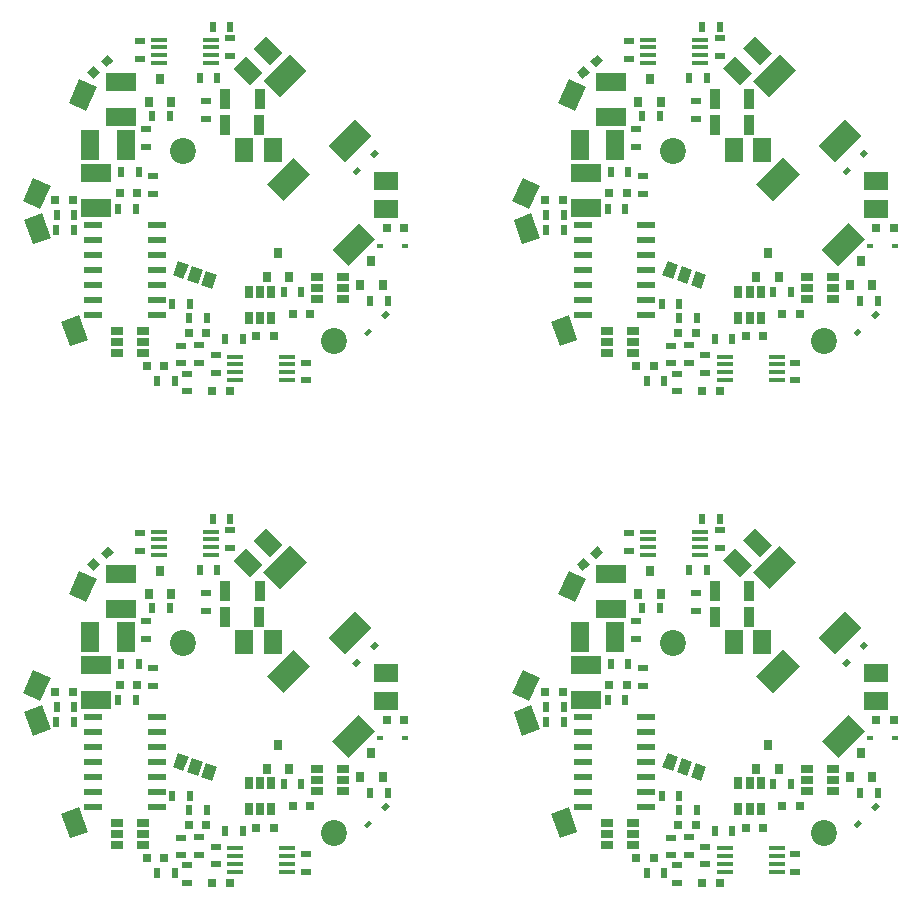
<source format=gts>
G04 #@! TF.FileFunction,Soldermask,Top*
%FSLAX46Y46*%
G04 Gerber Fmt 4.6, Leading zero omitted, Abs format (unit mm)*
G04 Created by KiCad (PCBNEW 4.0.5) date Thu Dec 29 13:42:12 2016*
%MOMM*%
%LPD*%
G01*
G04 APERTURE LIST*
%ADD10C,0.100000*%
%ADD11C,2.200000*%
%ADD12R,0.800000X0.750000*%
%ADD13R,2.000000X1.500000*%
%ADD14R,1.500000X2.000000*%
%ADD15R,0.500000X0.900000*%
%ADD16R,0.900000X0.500000*%
%ADD17R,2.600000X1.500000*%
%ADD18R,1.060000X0.650000*%
%ADD19R,1.500000X2.600000*%
%ADD20R,1.450000X0.450000*%
%ADD21R,0.650000X1.060000*%
%ADD22R,0.900000X1.700000*%
%ADD23R,0.800000X0.900000*%
%ADD24R,1.500000X0.600000*%
%ADD25R,0.590000X0.450000*%
G04 APERTURE END LIST*
D10*
G36*
X181387097Y-114152602D02*
X182294088Y-114482720D01*
X181859723Y-115676130D01*
X180952732Y-115346012D01*
X181387097Y-114152602D01*
X181387097Y-114152602D01*
G37*
G36*
X180193687Y-113718236D02*
X181100678Y-114048354D01*
X180666313Y-115241764D01*
X179759322Y-114911646D01*
X180193687Y-113718236D01*
X180193687Y-113718236D01*
G37*
G36*
X179000277Y-113283870D02*
X179907268Y-113613988D01*
X179472903Y-114807398D01*
X178565912Y-114477280D01*
X179000277Y-113283870D01*
X179000277Y-113283870D01*
G37*
D11*
X179430000Y-103990000D03*
X192260000Y-120030000D03*
D12*
X183420000Y-124280000D03*
X181920000Y-124280000D03*
D13*
X196654000Y-106496000D03*
X196654000Y-108896000D03*
D10*
G36*
X185098249Y-98405965D02*
X183684035Y-96991751D01*
X184744695Y-95931091D01*
X186158909Y-97345305D01*
X185098249Y-98405965D01*
X185098249Y-98405965D01*
G37*
G36*
X186795305Y-96708909D02*
X185381091Y-95294695D01*
X186441751Y-94234035D01*
X187855965Y-95648249D01*
X186795305Y-96708909D01*
X186795305Y-96708909D01*
G37*
D14*
X184630000Y-103910000D03*
X187030000Y-103910000D03*
D15*
X189450000Y-115880000D03*
X187950000Y-115880000D03*
X196800000Y-116690000D03*
X195300000Y-116690000D03*
X184490000Y-119850000D03*
X182990000Y-119850000D03*
D16*
X181400000Y-101250000D03*
X181400000Y-99750000D03*
X182190000Y-122720000D03*
X182190000Y-121220000D03*
D15*
X182350000Y-97780000D03*
X180850000Y-97780000D03*
D16*
X175760000Y-96160000D03*
X175760000Y-94660000D03*
X183450000Y-95920000D03*
X183450000Y-94420000D03*
D15*
X181950000Y-93450000D03*
X183450000Y-93450000D03*
X170230000Y-109400000D03*
X168730000Y-109400000D03*
X170210000Y-110640000D03*
X168710000Y-110640000D03*
X175670000Y-105720000D03*
X174170000Y-105720000D03*
D16*
X176300000Y-103640000D03*
X176300000Y-102140000D03*
X180830000Y-121880000D03*
X180830000Y-120380000D03*
D15*
X179980000Y-118120000D03*
X181480000Y-118120000D03*
X178510000Y-116940000D03*
X180010000Y-116940000D03*
X178320000Y-101010000D03*
X176820000Y-101010000D03*
X173930000Y-108830000D03*
X175430000Y-108830000D03*
D16*
X176930000Y-106080000D03*
X176930000Y-107580000D03*
X179800000Y-124300000D03*
X179800000Y-122800000D03*
D15*
X178720000Y-123400000D03*
X177220000Y-123400000D03*
D16*
X179270000Y-120440000D03*
X179270000Y-121940000D03*
D10*
G36*
X173069905Y-95793527D02*
X173551996Y-96368061D01*
X172939161Y-96882291D01*
X172457070Y-96307757D01*
X173069905Y-95793527D01*
X173069905Y-95793527D01*
G37*
G36*
X171920839Y-96757709D02*
X172402930Y-97332243D01*
X171790095Y-97846473D01*
X171308004Y-97271939D01*
X171920839Y-96757709D01*
X171920839Y-96757709D01*
G37*
D12*
X190220000Y-117800000D03*
X188720000Y-117800000D03*
X179920000Y-119360000D03*
X181420000Y-119360000D03*
X174070000Y-107550000D03*
X175570000Y-107550000D03*
X170120000Y-108110000D03*
X168620000Y-108110000D03*
X177850000Y-122160000D03*
X176350000Y-122160000D03*
X196666000Y-110490000D03*
X198166000Y-110490000D03*
D17*
X172100000Y-108820000D03*
X172100000Y-105820000D03*
D18*
X176060000Y-121090000D03*
X176060000Y-120140000D03*
X176060000Y-119190000D03*
X173860000Y-119190000D03*
X173860000Y-121090000D03*
X173860000Y-120140000D03*
D10*
G36*
X195408194Y-102663452D02*
X193145452Y-104926194D01*
X191731238Y-103511980D01*
X193993980Y-101249238D01*
X195408194Y-102663452D01*
X195408194Y-102663452D01*
G37*
G36*
X189892762Y-97148020D02*
X187630020Y-99410762D01*
X186215806Y-97996548D01*
X188478548Y-95733806D01*
X189892762Y-97148020D01*
X189892762Y-97148020D01*
G37*
G36*
X195716194Y-111453452D02*
X193453452Y-113716194D01*
X192039238Y-112301980D01*
X194301980Y-110039238D01*
X195716194Y-111453452D01*
X195716194Y-111453452D01*
G37*
G36*
X190200762Y-105938020D02*
X187938020Y-108200762D01*
X186523806Y-106786548D01*
X188786548Y-104523806D01*
X190200762Y-105938020D01*
X190200762Y-105938020D01*
G37*
D19*
X171590000Y-103420000D03*
X174590000Y-103420000D03*
D17*
X174220000Y-98110000D03*
X174220000Y-101110000D03*
D20*
X181780000Y-96495000D03*
X181780000Y-95845000D03*
X181780000Y-95195000D03*
X181780000Y-94545000D03*
X177380000Y-94545000D03*
X177380000Y-95195000D03*
X177380000Y-95845000D03*
X177380000Y-96495000D03*
D21*
X184990000Y-118060000D03*
X185940000Y-118060000D03*
X186890000Y-118060000D03*
X186890000Y-115860000D03*
X184990000Y-115860000D03*
X185940000Y-115860000D03*
D18*
X190770000Y-114610000D03*
X190770000Y-115560000D03*
X190770000Y-116510000D03*
X192970000Y-116510000D03*
X192970000Y-114610000D03*
X192970000Y-115560000D03*
D10*
G36*
X167297218Y-108876208D02*
X165847126Y-108200019D01*
X166768434Y-106224268D01*
X168218526Y-106900457D01*
X167297218Y-108876208D01*
X167297218Y-108876208D01*
G37*
G36*
X171191566Y-100535732D02*
X169741474Y-99859543D01*
X170662782Y-97883792D01*
X172112874Y-98559981D01*
X171191566Y-100535732D01*
X171191566Y-100535732D01*
G37*
D22*
X183012000Y-99568000D03*
X185912000Y-99568000D03*
X182990000Y-101770000D03*
X185890000Y-101770000D03*
D23*
X186520000Y-114630000D03*
X188420000Y-114630000D03*
X187470000Y-112630000D03*
X194434000Y-115300000D03*
X196334000Y-115300000D03*
X195384000Y-113300000D03*
D24*
X171800000Y-110230000D03*
X171800000Y-111500000D03*
X171800000Y-112770000D03*
X171800000Y-114040000D03*
X171800000Y-115310000D03*
X171800000Y-116580000D03*
X171800000Y-117850000D03*
X177200000Y-117850000D03*
X177200000Y-116580000D03*
X177200000Y-115310000D03*
X177200000Y-114040000D03*
X177200000Y-112770000D03*
X177200000Y-111500000D03*
X177200000Y-110230000D03*
D10*
G36*
X194080505Y-106015694D02*
X193762306Y-105697495D01*
X194179499Y-105280302D01*
X194497698Y-105598501D01*
X194080505Y-106015694D01*
X194080505Y-106015694D01*
G37*
G36*
X195572501Y-104523698D02*
X195254302Y-104205499D01*
X195671495Y-103788306D01*
X195989694Y-104106505D01*
X195572501Y-104523698D01*
X195572501Y-104523698D01*
G37*
D25*
X196107000Y-112014000D03*
X198217000Y-112014000D03*
D10*
G36*
X195044505Y-119663694D02*
X194726306Y-119345495D01*
X195143499Y-118928302D01*
X195461698Y-119246501D01*
X195044505Y-119663694D01*
X195044505Y-119663694D01*
G37*
G36*
X196536501Y-118171698D02*
X196218302Y-117853499D01*
X196635495Y-117436306D01*
X196953694Y-117754505D01*
X196536501Y-118171698D01*
X196536501Y-118171698D01*
G37*
D16*
X189810000Y-123370000D03*
X189810000Y-121870000D03*
D12*
X187110000Y-119620000D03*
X185610000Y-119620000D03*
D23*
X176540000Y-99850000D03*
X178440000Y-99850000D03*
X177490000Y-97850000D03*
D10*
G36*
X165973500Y-109783688D02*
X167477008Y-109236456D01*
X168222612Y-111284986D01*
X166719104Y-111832218D01*
X165973500Y-109783688D01*
X165973500Y-109783688D01*
G37*
G36*
X169117388Y-118435014D02*
X170620896Y-117887782D01*
X171366500Y-119936312D01*
X169862992Y-120483544D01*
X169117388Y-118435014D01*
X169117388Y-118435014D01*
G37*
D20*
X188250000Y-123315000D03*
X188250000Y-122665000D03*
X188250000Y-122015000D03*
X188250000Y-121365000D03*
X183850000Y-121365000D03*
X183850000Y-122015000D03*
X183850000Y-122665000D03*
X183850000Y-123315000D03*
X188250000Y-81665000D03*
X188250000Y-81015000D03*
X188250000Y-80365000D03*
X188250000Y-79715000D03*
X183850000Y-79715000D03*
X183850000Y-80365000D03*
X183850000Y-81015000D03*
X183850000Y-81665000D03*
D10*
G36*
X165973500Y-68133688D02*
X167477008Y-67586456D01*
X168222612Y-69634986D01*
X166719104Y-70182218D01*
X165973500Y-68133688D01*
X165973500Y-68133688D01*
G37*
G36*
X169117388Y-76785014D02*
X170620896Y-76237782D01*
X171366500Y-78286312D01*
X169862992Y-78833544D01*
X169117388Y-76785014D01*
X169117388Y-76785014D01*
G37*
D23*
X176540000Y-58200000D03*
X178440000Y-58200000D03*
X177490000Y-56200000D03*
D12*
X187110000Y-77970000D03*
X185610000Y-77970000D03*
D16*
X189810000Y-81720000D03*
X189810000Y-80220000D03*
D10*
G36*
X195044505Y-78013694D02*
X194726306Y-77695495D01*
X195143499Y-77278302D01*
X195461698Y-77596501D01*
X195044505Y-78013694D01*
X195044505Y-78013694D01*
G37*
G36*
X196536501Y-76521698D02*
X196218302Y-76203499D01*
X196635495Y-75786306D01*
X196953694Y-76104505D01*
X196536501Y-76521698D01*
X196536501Y-76521698D01*
G37*
D25*
X196107000Y-70364000D03*
X198217000Y-70364000D03*
D10*
G36*
X194080505Y-64365694D02*
X193762306Y-64047495D01*
X194179499Y-63630302D01*
X194497698Y-63948501D01*
X194080505Y-64365694D01*
X194080505Y-64365694D01*
G37*
G36*
X195572501Y-62873698D02*
X195254302Y-62555499D01*
X195671495Y-62138306D01*
X195989694Y-62456505D01*
X195572501Y-62873698D01*
X195572501Y-62873698D01*
G37*
D24*
X171800000Y-68580000D03*
X171800000Y-69850000D03*
X171800000Y-71120000D03*
X171800000Y-72390000D03*
X171800000Y-73660000D03*
X171800000Y-74930000D03*
X171800000Y-76200000D03*
X177200000Y-76200000D03*
X177200000Y-74930000D03*
X177200000Y-73660000D03*
X177200000Y-72390000D03*
X177200000Y-71120000D03*
X177200000Y-69850000D03*
X177200000Y-68580000D03*
D23*
X194434000Y-73650000D03*
X196334000Y-73650000D03*
X195384000Y-71650000D03*
X186520000Y-72980000D03*
X188420000Y-72980000D03*
X187470000Y-70980000D03*
D22*
X182990000Y-60120000D03*
X185890000Y-60120000D03*
X183012000Y-57918000D03*
X185912000Y-57918000D03*
D10*
G36*
X167297218Y-67226208D02*
X165847126Y-66550019D01*
X166768434Y-64574268D01*
X168218526Y-65250457D01*
X167297218Y-67226208D01*
X167297218Y-67226208D01*
G37*
G36*
X171191566Y-58885732D02*
X169741474Y-58209543D01*
X170662782Y-56233792D01*
X172112874Y-56909981D01*
X171191566Y-58885732D01*
X171191566Y-58885732D01*
G37*
D18*
X190770000Y-72960000D03*
X190770000Y-73910000D03*
X190770000Y-74860000D03*
X192970000Y-74860000D03*
X192970000Y-72960000D03*
X192970000Y-73910000D03*
D21*
X184990000Y-76410000D03*
X185940000Y-76410000D03*
X186890000Y-76410000D03*
X186890000Y-74210000D03*
X184990000Y-74210000D03*
X185940000Y-74210000D03*
D20*
X181780000Y-54845000D03*
X181780000Y-54195000D03*
X181780000Y-53545000D03*
X181780000Y-52895000D03*
X177380000Y-52895000D03*
X177380000Y-53545000D03*
X177380000Y-54195000D03*
X177380000Y-54845000D03*
D17*
X174220000Y-56460000D03*
X174220000Y-59460000D03*
D19*
X171590000Y-61770000D03*
X174590000Y-61770000D03*
D10*
G36*
X195716194Y-69803452D02*
X193453452Y-72066194D01*
X192039238Y-70651980D01*
X194301980Y-68389238D01*
X195716194Y-69803452D01*
X195716194Y-69803452D01*
G37*
G36*
X190200762Y-64288020D02*
X187938020Y-66550762D01*
X186523806Y-65136548D01*
X188786548Y-62873806D01*
X190200762Y-64288020D01*
X190200762Y-64288020D01*
G37*
G36*
X195408194Y-61013452D02*
X193145452Y-63276194D01*
X191731238Y-61861980D01*
X193993980Y-59599238D01*
X195408194Y-61013452D01*
X195408194Y-61013452D01*
G37*
G36*
X189892762Y-55498020D02*
X187630020Y-57760762D01*
X186215806Y-56346548D01*
X188478548Y-54083806D01*
X189892762Y-55498020D01*
X189892762Y-55498020D01*
G37*
D18*
X176060000Y-79440000D03*
X176060000Y-78490000D03*
X176060000Y-77540000D03*
X173860000Y-77540000D03*
X173860000Y-79440000D03*
X173860000Y-78490000D03*
D17*
X172100000Y-67170000D03*
X172100000Y-64170000D03*
D12*
X196666000Y-68840000D03*
X198166000Y-68840000D03*
X177850000Y-80510000D03*
X176350000Y-80510000D03*
X170120000Y-66460000D03*
X168620000Y-66460000D03*
X174070000Y-65900000D03*
X175570000Y-65900000D03*
X179920000Y-77710000D03*
X181420000Y-77710000D03*
X190220000Y-76150000D03*
X188720000Y-76150000D03*
D10*
G36*
X173069905Y-54143527D02*
X173551996Y-54718061D01*
X172939161Y-55232291D01*
X172457070Y-54657757D01*
X173069905Y-54143527D01*
X173069905Y-54143527D01*
G37*
G36*
X171920839Y-55107709D02*
X172402930Y-55682243D01*
X171790095Y-56196473D01*
X171308004Y-55621939D01*
X171920839Y-55107709D01*
X171920839Y-55107709D01*
G37*
D16*
X179270000Y-78790000D03*
X179270000Y-80290000D03*
D15*
X178720000Y-81750000D03*
X177220000Y-81750000D03*
D16*
X179800000Y-82650000D03*
X179800000Y-81150000D03*
X176930000Y-64430000D03*
X176930000Y-65930000D03*
D15*
X173930000Y-67180000D03*
X175430000Y-67180000D03*
X178320000Y-59360000D03*
X176820000Y-59360000D03*
X178510000Y-75290000D03*
X180010000Y-75290000D03*
X179980000Y-76470000D03*
X181480000Y-76470000D03*
D16*
X180830000Y-80230000D03*
X180830000Y-78730000D03*
X176300000Y-61990000D03*
X176300000Y-60490000D03*
D15*
X175670000Y-64070000D03*
X174170000Y-64070000D03*
X170210000Y-68990000D03*
X168710000Y-68990000D03*
X170230000Y-67750000D03*
X168730000Y-67750000D03*
X181950000Y-51800000D03*
X183450000Y-51800000D03*
D16*
X183450000Y-54270000D03*
X183450000Y-52770000D03*
X175760000Y-54510000D03*
X175760000Y-53010000D03*
D15*
X182350000Y-56130000D03*
X180850000Y-56130000D03*
D16*
X182190000Y-81070000D03*
X182190000Y-79570000D03*
X181400000Y-59600000D03*
X181400000Y-58100000D03*
D15*
X184490000Y-78200000D03*
X182990000Y-78200000D03*
X196800000Y-75040000D03*
X195300000Y-75040000D03*
X189450000Y-74230000D03*
X187950000Y-74230000D03*
D14*
X184630000Y-62260000D03*
X187030000Y-62260000D03*
D10*
G36*
X185098249Y-56755965D02*
X183684035Y-55341751D01*
X184744695Y-54281091D01*
X186158909Y-55695305D01*
X185098249Y-56755965D01*
X185098249Y-56755965D01*
G37*
G36*
X186795305Y-55058909D02*
X185381091Y-53644695D01*
X186441751Y-52584035D01*
X187855965Y-53998249D01*
X186795305Y-55058909D01*
X186795305Y-55058909D01*
G37*
D13*
X196654000Y-64846000D03*
X196654000Y-67246000D03*
D12*
X183420000Y-82630000D03*
X181920000Y-82630000D03*
D11*
X192260000Y-78380000D03*
X179430000Y-62340000D03*
D10*
G36*
X181387097Y-72502602D02*
X182294088Y-72832720D01*
X181859723Y-74026130D01*
X180952732Y-73696012D01*
X181387097Y-72502602D01*
X181387097Y-72502602D01*
G37*
G36*
X180193687Y-72068236D02*
X181100678Y-72398354D01*
X180666313Y-73591764D01*
X179759322Y-73261646D01*
X180193687Y-72068236D01*
X180193687Y-72068236D01*
G37*
G36*
X179000277Y-71633870D02*
X179907268Y-71963988D01*
X179472903Y-73157398D01*
X178565912Y-72827280D01*
X179000277Y-71633870D01*
X179000277Y-71633870D01*
G37*
G36*
X139927097Y-72502602D02*
X140834088Y-72832720D01*
X140399723Y-74026130D01*
X139492732Y-73696012D01*
X139927097Y-72502602D01*
X139927097Y-72502602D01*
G37*
G36*
X138733687Y-72068236D02*
X139640678Y-72398354D01*
X139206313Y-73591764D01*
X138299322Y-73261646D01*
X138733687Y-72068236D01*
X138733687Y-72068236D01*
G37*
G36*
X137540277Y-71633870D02*
X138447268Y-71963988D01*
X138012903Y-73157398D01*
X137105912Y-72827280D01*
X137540277Y-71633870D01*
X137540277Y-71633870D01*
G37*
D11*
X137970000Y-62340000D03*
X150800000Y-78380000D03*
D12*
X141960000Y-82630000D03*
X140460000Y-82630000D03*
D13*
X155194000Y-64846000D03*
X155194000Y-67246000D03*
D10*
G36*
X143638249Y-56755965D02*
X142224035Y-55341751D01*
X143284695Y-54281091D01*
X144698909Y-55695305D01*
X143638249Y-56755965D01*
X143638249Y-56755965D01*
G37*
G36*
X145335305Y-55058909D02*
X143921091Y-53644695D01*
X144981751Y-52584035D01*
X146395965Y-53998249D01*
X145335305Y-55058909D01*
X145335305Y-55058909D01*
G37*
D14*
X143170000Y-62260000D03*
X145570000Y-62260000D03*
D15*
X147990000Y-74230000D03*
X146490000Y-74230000D03*
X155340000Y-75040000D03*
X153840000Y-75040000D03*
X143030000Y-78200000D03*
X141530000Y-78200000D03*
D16*
X139940000Y-59600000D03*
X139940000Y-58100000D03*
X140730000Y-81070000D03*
X140730000Y-79570000D03*
D15*
X140890000Y-56130000D03*
X139390000Y-56130000D03*
D16*
X134300000Y-54510000D03*
X134300000Y-53010000D03*
X141990000Y-54270000D03*
X141990000Y-52770000D03*
D15*
X140490000Y-51800000D03*
X141990000Y-51800000D03*
X128770000Y-67750000D03*
X127270000Y-67750000D03*
X128750000Y-68990000D03*
X127250000Y-68990000D03*
X134210000Y-64070000D03*
X132710000Y-64070000D03*
D16*
X134840000Y-61990000D03*
X134840000Y-60490000D03*
X139370000Y-80230000D03*
X139370000Y-78730000D03*
D15*
X138520000Y-76470000D03*
X140020000Y-76470000D03*
X137050000Y-75290000D03*
X138550000Y-75290000D03*
X136860000Y-59360000D03*
X135360000Y-59360000D03*
X132470000Y-67180000D03*
X133970000Y-67180000D03*
D16*
X135470000Y-64430000D03*
X135470000Y-65930000D03*
X138340000Y-82650000D03*
X138340000Y-81150000D03*
D15*
X137260000Y-81750000D03*
X135760000Y-81750000D03*
D16*
X137810000Y-78790000D03*
X137810000Y-80290000D03*
D10*
G36*
X131609905Y-54143527D02*
X132091996Y-54718061D01*
X131479161Y-55232291D01*
X130997070Y-54657757D01*
X131609905Y-54143527D01*
X131609905Y-54143527D01*
G37*
G36*
X130460839Y-55107709D02*
X130942930Y-55682243D01*
X130330095Y-56196473D01*
X129848004Y-55621939D01*
X130460839Y-55107709D01*
X130460839Y-55107709D01*
G37*
D12*
X148760000Y-76150000D03*
X147260000Y-76150000D03*
X138460000Y-77710000D03*
X139960000Y-77710000D03*
X132610000Y-65900000D03*
X134110000Y-65900000D03*
X128660000Y-66460000D03*
X127160000Y-66460000D03*
X136390000Y-80510000D03*
X134890000Y-80510000D03*
X155206000Y-68840000D03*
X156706000Y-68840000D03*
D17*
X130640000Y-67170000D03*
X130640000Y-64170000D03*
D18*
X134600000Y-79440000D03*
X134600000Y-78490000D03*
X134600000Y-77540000D03*
X132400000Y-77540000D03*
X132400000Y-79440000D03*
X132400000Y-78490000D03*
D10*
G36*
X153948194Y-61013452D02*
X151685452Y-63276194D01*
X150271238Y-61861980D01*
X152533980Y-59599238D01*
X153948194Y-61013452D01*
X153948194Y-61013452D01*
G37*
G36*
X148432762Y-55498020D02*
X146170020Y-57760762D01*
X144755806Y-56346548D01*
X147018548Y-54083806D01*
X148432762Y-55498020D01*
X148432762Y-55498020D01*
G37*
G36*
X154256194Y-69803452D02*
X151993452Y-72066194D01*
X150579238Y-70651980D01*
X152841980Y-68389238D01*
X154256194Y-69803452D01*
X154256194Y-69803452D01*
G37*
G36*
X148740762Y-64288020D02*
X146478020Y-66550762D01*
X145063806Y-65136548D01*
X147326548Y-62873806D01*
X148740762Y-64288020D01*
X148740762Y-64288020D01*
G37*
D19*
X130130000Y-61770000D03*
X133130000Y-61770000D03*
D17*
X132760000Y-56460000D03*
X132760000Y-59460000D03*
D20*
X140320000Y-54845000D03*
X140320000Y-54195000D03*
X140320000Y-53545000D03*
X140320000Y-52895000D03*
X135920000Y-52895000D03*
X135920000Y-53545000D03*
X135920000Y-54195000D03*
X135920000Y-54845000D03*
D21*
X143530000Y-76410000D03*
X144480000Y-76410000D03*
X145430000Y-76410000D03*
X145430000Y-74210000D03*
X143530000Y-74210000D03*
X144480000Y-74210000D03*
D18*
X149310000Y-72960000D03*
X149310000Y-73910000D03*
X149310000Y-74860000D03*
X151510000Y-74860000D03*
X151510000Y-72960000D03*
X151510000Y-73910000D03*
D10*
G36*
X125837218Y-67226208D02*
X124387126Y-66550019D01*
X125308434Y-64574268D01*
X126758526Y-65250457D01*
X125837218Y-67226208D01*
X125837218Y-67226208D01*
G37*
G36*
X129731566Y-58885732D02*
X128281474Y-58209543D01*
X129202782Y-56233792D01*
X130652874Y-56909981D01*
X129731566Y-58885732D01*
X129731566Y-58885732D01*
G37*
D22*
X141552000Y-57918000D03*
X144452000Y-57918000D03*
X141530000Y-60120000D03*
X144430000Y-60120000D03*
D23*
X145060000Y-72980000D03*
X146960000Y-72980000D03*
X146010000Y-70980000D03*
X152974000Y-73650000D03*
X154874000Y-73650000D03*
X153924000Y-71650000D03*
D24*
X130340000Y-68580000D03*
X130340000Y-69850000D03*
X130340000Y-71120000D03*
X130340000Y-72390000D03*
X130340000Y-73660000D03*
X130340000Y-74930000D03*
X130340000Y-76200000D03*
X135740000Y-76200000D03*
X135740000Y-74930000D03*
X135740000Y-73660000D03*
X135740000Y-72390000D03*
X135740000Y-71120000D03*
X135740000Y-69850000D03*
X135740000Y-68580000D03*
D10*
G36*
X152620505Y-64365694D02*
X152302306Y-64047495D01*
X152719499Y-63630302D01*
X153037698Y-63948501D01*
X152620505Y-64365694D01*
X152620505Y-64365694D01*
G37*
G36*
X154112501Y-62873698D02*
X153794302Y-62555499D01*
X154211495Y-62138306D01*
X154529694Y-62456505D01*
X154112501Y-62873698D01*
X154112501Y-62873698D01*
G37*
D25*
X154647000Y-70364000D03*
X156757000Y-70364000D03*
D10*
G36*
X153584505Y-78013694D02*
X153266306Y-77695495D01*
X153683499Y-77278302D01*
X154001698Y-77596501D01*
X153584505Y-78013694D01*
X153584505Y-78013694D01*
G37*
G36*
X155076501Y-76521698D02*
X154758302Y-76203499D01*
X155175495Y-75786306D01*
X155493694Y-76104505D01*
X155076501Y-76521698D01*
X155076501Y-76521698D01*
G37*
D16*
X148350000Y-81720000D03*
X148350000Y-80220000D03*
D12*
X145650000Y-77970000D03*
X144150000Y-77970000D03*
D23*
X135080000Y-58200000D03*
X136980000Y-58200000D03*
X136030000Y-56200000D03*
D10*
G36*
X124513500Y-68133688D02*
X126017008Y-67586456D01*
X126762612Y-69634986D01*
X125259104Y-70182218D01*
X124513500Y-68133688D01*
X124513500Y-68133688D01*
G37*
G36*
X127657388Y-76785014D02*
X129160896Y-76237782D01*
X129906500Y-78286312D01*
X128402992Y-78833544D01*
X127657388Y-76785014D01*
X127657388Y-76785014D01*
G37*
D20*
X146790000Y-81665000D03*
X146790000Y-81015000D03*
X146790000Y-80365000D03*
X146790000Y-79715000D03*
X142390000Y-79715000D03*
X142390000Y-80365000D03*
X142390000Y-81015000D03*
X142390000Y-81665000D03*
X146790000Y-123315000D03*
X146790000Y-122665000D03*
X146790000Y-122015000D03*
X146790000Y-121365000D03*
X142390000Y-121365000D03*
X142390000Y-122015000D03*
X142390000Y-122665000D03*
X142390000Y-123315000D03*
D10*
G36*
X124513500Y-109783688D02*
X126017008Y-109236456D01*
X126762612Y-111284986D01*
X125259104Y-111832218D01*
X124513500Y-109783688D01*
X124513500Y-109783688D01*
G37*
G36*
X127657388Y-118435014D02*
X129160896Y-117887782D01*
X129906500Y-119936312D01*
X128402992Y-120483544D01*
X127657388Y-118435014D01*
X127657388Y-118435014D01*
G37*
D23*
X135080000Y-99850000D03*
X136980000Y-99850000D03*
X136030000Y-97850000D03*
D12*
X145650000Y-119620000D03*
X144150000Y-119620000D03*
D16*
X148350000Y-123370000D03*
X148350000Y-121870000D03*
D10*
G36*
X153584505Y-119663694D02*
X153266306Y-119345495D01*
X153683499Y-118928302D01*
X154001698Y-119246501D01*
X153584505Y-119663694D01*
X153584505Y-119663694D01*
G37*
G36*
X155076501Y-118171698D02*
X154758302Y-117853499D01*
X155175495Y-117436306D01*
X155493694Y-117754505D01*
X155076501Y-118171698D01*
X155076501Y-118171698D01*
G37*
D25*
X154647000Y-112014000D03*
X156757000Y-112014000D03*
D10*
G36*
X152620505Y-106015694D02*
X152302306Y-105697495D01*
X152719499Y-105280302D01*
X153037698Y-105598501D01*
X152620505Y-106015694D01*
X152620505Y-106015694D01*
G37*
G36*
X154112501Y-104523698D02*
X153794302Y-104205499D01*
X154211495Y-103788306D01*
X154529694Y-104106505D01*
X154112501Y-104523698D01*
X154112501Y-104523698D01*
G37*
D24*
X130340000Y-110230000D03*
X130340000Y-111500000D03*
X130340000Y-112770000D03*
X130340000Y-114040000D03*
X130340000Y-115310000D03*
X130340000Y-116580000D03*
X130340000Y-117850000D03*
X135740000Y-117850000D03*
X135740000Y-116580000D03*
X135740000Y-115310000D03*
X135740000Y-114040000D03*
X135740000Y-112770000D03*
X135740000Y-111500000D03*
X135740000Y-110230000D03*
D23*
X152974000Y-115300000D03*
X154874000Y-115300000D03*
X153924000Y-113300000D03*
X145060000Y-114630000D03*
X146960000Y-114630000D03*
X146010000Y-112630000D03*
D22*
X141530000Y-101770000D03*
X144430000Y-101770000D03*
X141552000Y-99568000D03*
X144452000Y-99568000D03*
D10*
G36*
X125837218Y-108876208D02*
X124387126Y-108200019D01*
X125308434Y-106224268D01*
X126758526Y-106900457D01*
X125837218Y-108876208D01*
X125837218Y-108876208D01*
G37*
G36*
X129731566Y-100535732D02*
X128281474Y-99859543D01*
X129202782Y-97883792D01*
X130652874Y-98559981D01*
X129731566Y-100535732D01*
X129731566Y-100535732D01*
G37*
D18*
X149310000Y-114610000D03*
X149310000Y-115560000D03*
X149310000Y-116510000D03*
X151510000Y-116510000D03*
X151510000Y-114610000D03*
X151510000Y-115560000D03*
D21*
X143530000Y-118060000D03*
X144480000Y-118060000D03*
X145430000Y-118060000D03*
X145430000Y-115860000D03*
X143530000Y-115860000D03*
X144480000Y-115860000D03*
D20*
X140320000Y-96495000D03*
X140320000Y-95845000D03*
X140320000Y-95195000D03*
X140320000Y-94545000D03*
X135920000Y-94545000D03*
X135920000Y-95195000D03*
X135920000Y-95845000D03*
X135920000Y-96495000D03*
D17*
X132760000Y-98110000D03*
X132760000Y-101110000D03*
D19*
X130130000Y-103420000D03*
X133130000Y-103420000D03*
D10*
G36*
X154256194Y-111453452D02*
X151993452Y-113716194D01*
X150579238Y-112301980D01*
X152841980Y-110039238D01*
X154256194Y-111453452D01*
X154256194Y-111453452D01*
G37*
G36*
X148740762Y-105938020D02*
X146478020Y-108200762D01*
X145063806Y-106786548D01*
X147326548Y-104523806D01*
X148740762Y-105938020D01*
X148740762Y-105938020D01*
G37*
G36*
X153948194Y-102663452D02*
X151685452Y-104926194D01*
X150271238Y-103511980D01*
X152533980Y-101249238D01*
X153948194Y-102663452D01*
X153948194Y-102663452D01*
G37*
G36*
X148432762Y-97148020D02*
X146170020Y-99410762D01*
X144755806Y-97996548D01*
X147018548Y-95733806D01*
X148432762Y-97148020D01*
X148432762Y-97148020D01*
G37*
D18*
X134600000Y-121090000D03*
X134600000Y-120140000D03*
X134600000Y-119190000D03*
X132400000Y-119190000D03*
X132400000Y-121090000D03*
X132400000Y-120140000D03*
D17*
X130640000Y-108820000D03*
X130640000Y-105820000D03*
D12*
X155206000Y-110490000D03*
X156706000Y-110490000D03*
X136390000Y-122160000D03*
X134890000Y-122160000D03*
X128660000Y-108110000D03*
X127160000Y-108110000D03*
X132610000Y-107550000D03*
X134110000Y-107550000D03*
X138460000Y-119360000D03*
X139960000Y-119360000D03*
X148760000Y-117800000D03*
X147260000Y-117800000D03*
D10*
G36*
X131609905Y-95793527D02*
X132091996Y-96368061D01*
X131479161Y-96882291D01*
X130997070Y-96307757D01*
X131609905Y-95793527D01*
X131609905Y-95793527D01*
G37*
G36*
X130460839Y-96757709D02*
X130942930Y-97332243D01*
X130330095Y-97846473D01*
X129848004Y-97271939D01*
X130460839Y-96757709D01*
X130460839Y-96757709D01*
G37*
D16*
X137810000Y-120440000D03*
X137810000Y-121940000D03*
D15*
X137260000Y-123400000D03*
X135760000Y-123400000D03*
D16*
X138340000Y-124300000D03*
X138340000Y-122800000D03*
X135470000Y-106080000D03*
X135470000Y-107580000D03*
D15*
X132470000Y-108830000D03*
X133970000Y-108830000D03*
X136860000Y-101010000D03*
X135360000Y-101010000D03*
X137050000Y-116940000D03*
X138550000Y-116940000D03*
X138520000Y-118120000D03*
X140020000Y-118120000D03*
D16*
X139370000Y-121880000D03*
X139370000Y-120380000D03*
X134840000Y-103640000D03*
X134840000Y-102140000D03*
D15*
X134210000Y-105720000D03*
X132710000Y-105720000D03*
X128750000Y-110640000D03*
X127250000Y-110640000D03*
X128770000Y-109400000D03*
X127270000Y-109400000D03*
X140490000Y-93450000D03*
X141990000Y-93450000D03*
D16*
X141990000Y-95920000D03*
X141990000Y-94420000D03*
X134300000Y-96160000D03*
X134300000Y-94660000D03*
D15*
X140890000Y-97780000D03*
X139390000Y-97780000D03*
D16*
X140730000Y-122720000D03*
X140730000Y-121220000D03*
X139940000Y-101250000D03*
X139940000Y-99750000D03*
D15*
X143030000Y-119850000D03*
X141530000Y-119850000D03*
X155340000Y-116690000D03*
X153840000Y-116690000D03*
X147990000Y-115880000D03*
X146490000Y-115880000D03*
D14*
X143170000Y-103910000D03*
X145570000Y-103910000D03*
D10*
G36*
X143638249Y-98405965D02*
X142224035Y-96991751D01*
X143284695Y-95931091D01*
X144698909Y-97345305D01*
X143638249Y-98405965D01*
X143638249Y-98405965D01*
G37*
G36*
X145335305Y-96708909D02*
X143921091Y-95294695D01*
X144981751Y-94234035D01*
X146395965Y-95648249D01*
X145335305Y-96708909D01*
X145335305Y-96708909D01*
G37*
D13*
X155194000Y-106496000D03*
X155194000Y-108896000D03*
D12*
X141960000Y-124280000D03*
X140460000Y-124280000D03*
D11*
X150800000Y-120030000D03*
X137970000Y-103990000D03*
D10*
G36*
X139927097Y-114152602D02*
X140834088Y-114482720D01*
X140399723Y-115676130D01*
X139492732Y-115346012D01*
X139927097Y-114152602D01*
X139927097Y-114152602D01*
G37*
G36*
X138733687Y-113718236D02*
X139640678Y-114048354D01*
X139206313Y-115241764D01*
X138299322Y-114911646D01*
X138733687Y-113718236D01*
X138733687Y-113718236D01*
G37*
G36*
X137540277Y-113283870D02*
X138447268Y-113613988D01*
X138012903Y-114807398D01*
X137105912Y-114477280D01*
X137540277Y-113283870D01*
X137540277Y-113283870D01*
G37*
M02*

</source>
